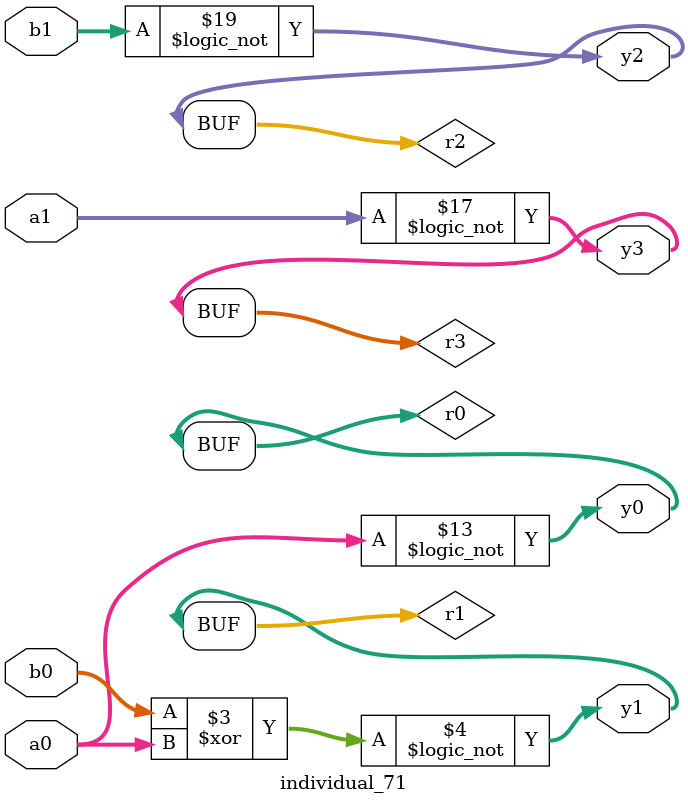
<source format=sv>
module individual_71(input logic [15:0] a1, input logic [15:0] a0, input logic [15:0] b1, input logic [15:0] b0, output logic [15:0] y3, output logic [15:0] y2, output logic [15:0] y1, output logic [15:0] y0);
logic [15:0] r0, r1, r2, r3; 
 always@(*) begin 
	 r0 = a0; r1 = a1; r2 = b0; r3 = b1; 
 	 r3  ^=  r1 ;
 	 r2  ^=  r0 ;
 	 r1 = ! r2 ;
 	 r2  ^=  r2 ;
 	 r0  &=  r2 ;
 	 r3  &=  r2 ;
 	 r0  ^=  b0 ;
 	 r3 = ! b1 ;
 	 r0  |=  a1 ;
 	 r0  ^=  r1 ;
 	 r2 = ! r2 ;
 	 r0 = ! a0 ;
 	 r3  |=  r3 ;
 	 r3  &=  r0 ;
 	 r3  |=  b1 ;
 	 r3 = ! a1 ;
 	 r2  ^=  r2 ;
 	 r2 = ! b1 ;
 	 y3 = r3; y2 = r2; y1 = r1; y0 = r0; 
end
endmodule
</source>
